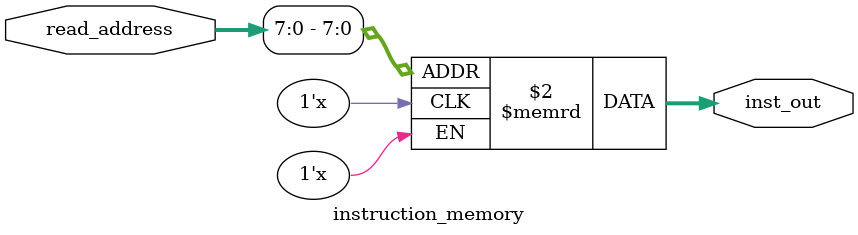
<source format=v>
module instruction_memory(
    input [31:0] read_address,
    output reg [31:0] inst_out
);

    reg [31:0] inst_mem [0:255]; // 256 x 32-bit

    always @(*) begin
        inst_out = inst_mem[read_address[7:0]];
    end

endmodule

</source>
